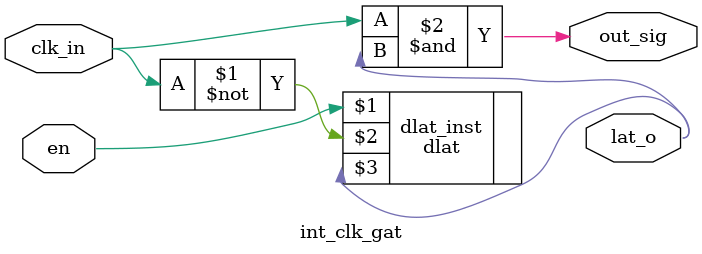
<source format=v>
module int_clk_gat(clk_in,en,out_sig,lat_o); // Integrated Clock Gating using D-Latch
input clk_in,en;
output out_sig,lat_o;

dlat dlat_inst(en,(~clk_in),lat_o); //D Latch Module Instance

assign out_sig= clk_in & lat_o;
endmodule
</source>
